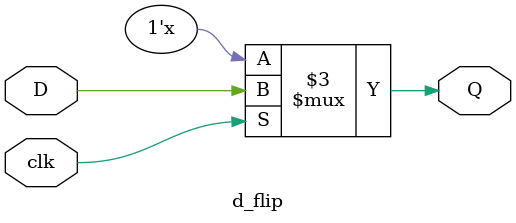
<source format=v>
`timescale 1ns / 1ps
module d_flip(D,clk,Q);

input D,clk;
output Q;
reg Q;
always @(D or clk)

if(clk)
Q=D;
	 


endmodule

</source>
